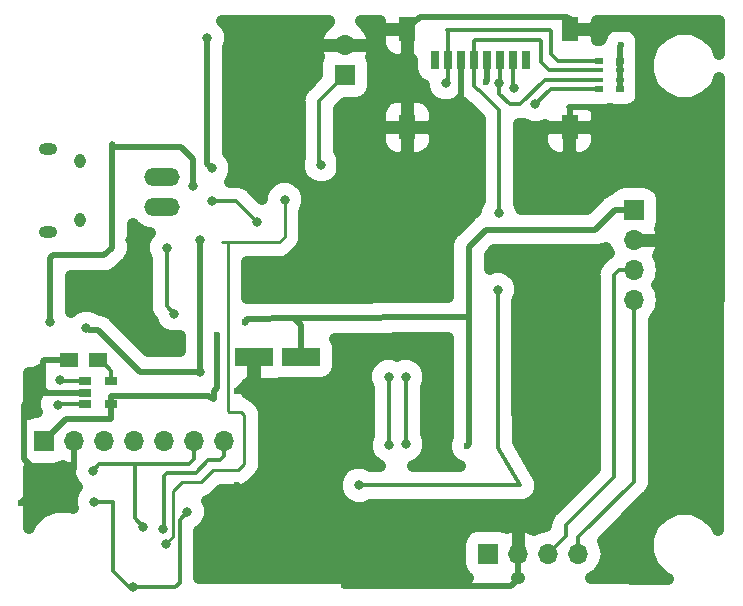
<source format=gbr>
G04 #@! TF.GenerationSoftware,KiCad,Pcbnew,5.0.0-1.fc29*
G04 #@! TF.CreationDate,2018-08-25T23:53:58+05:30*
G04 #@! TF.ProjectId,medlo,6D65646C6F2E6B696361645F70636200,rev?*
G04 #@! TF.SameCoordinates,Original*
G04 #@! TF.FileFunction,Copper,L2,Bot,Signal*
G04 #@! TF.FilePolarity,Positive*
%FSLAX46Y46*%
G04 Gerber Fmt 4.6, Leading zero omitted, Abs format (unit mm)*
G04 Created by KiCad (PCBNEW 5.0.0-1.fc29) date Sat Aug 25 23:53:58 2018*
%MOMM*%
%LPD*%
G01*
G04 APERTURE LIST*
G04 #@! TA.AperFunction,ComponentPad*
%ADD10O,3.010000X1.510000*%
G04 #@! TD*
G04 #@! TA.AperFunction,ComponentPad*
%ADD11O,0.950000X1.250000*%
G04 #@! TD*
G04 #@! TA.AperFunction,ComponentPad*
%ADD12O,1.550000X1.000000*%
G04 #@! TD*
G04 #@! TA.AperFunction,ComponentPad*
%ADD13R,1.700000X1.700000*%
G04 #@! TD*
G04 #@! TA.AperFunction,ComponentPad*
%ADD14O,1.700000X1.700000*%
G04 #@! TD*
G04 #@! TA.AperFunction,SMDPad,CuDef*
%ADD15R,1.450000X2.000000*%
G04 #@! TD*
G04 #@! TA.AperFunction,SMDPad,CuDef*
%ADD16R,0.800000X1.500000*%
G04 #@! TD*
G04 #@! TA.AperFunction,SMDPad,CuDef*
%ADD17R,0.800000X0.500000*%
G04 #@! TD*
G04 #@! TA.AperFunction,SMDPad,CuDef*
%ADD18R,0.800000X0.400000*%
G04 #@! TD*
G04 #@! TA.AperFunction,SMDPad,CuDef*
%ADD19R,1.500000X1.250000*%
G04 #@! TD*
G04 #@! TA.AperFunction,SMDPad,CuDef*
%ADD20R,1.060000X0.650000*%
G04 #@! TD*
G04 #@! TA.AperFunction,SMDPad,CuDef*
%ADD21R,3.200000X1.500000*%
G04 #@! TD*
G04 #@! TA.AperFunction,ViaPad*
%ADD22C,0.800000*%
G04 #@! TD*
G04 #@! TA.AperFunction,ViaPad*
%ADD23C,0.600000*%
G04 #@! TD*
G04 #@! TA.AperFunction,Conductor*
%ADD24C,0.500000*%
G04 #@! TD*
G04 #@! TA.AperFunction,Conductor*
%ADD25C,0.350000*%
G04 #@! TD*
G04 #@! TA.AperFunction,Conductor*
%ADD26C,0.250000*%
G04 #@! TD*
G04 #@! TA.AperFunction,Conductor*
%ADD27C,1.000000*%
G04 #@! TD*
G04 APERTURE END LIST*
D10*
G04 #@! TO.P,BT1,1*
G04 #@! TO.N,Net-(BT1-Pad1)*
X72834500Y-86677500D03*
G04 #@! TO.P,BT1,2*
G04 #@! TO.N,Net-(BT1-Pad2)*
X72834500Y-89217500D03*
G04 #@! TD*
D11*
G04 #@! TO.P,J1,6*
G04 #@! TO.N,Net-(J1-Pad6)*
X65866000Y-85384000D03*
X65866000Y-90384000D03*
D12*
X63166000Y-84384000D03*
X63166000Y-91384000D03*
G04 #@! TD*
D13*
G04 #@! TO.P,J2,1*
G04 #@! TO.N,VCC*
X62865000Y-109029500D03*
D14*
G04 #@! TO.P,J2,2*
G04 #@! TO.N,GND*
X65405000Y-109029500D03*
G04 #@! TO.P,J2,3*
G04 #@! TO.N,N/C*
X67945000Y-109029500D03*
G04 #@! TO.P,J2,4*
G04 #@! TO.N,TXD0*
X70485000Y-109029500D03*
G04 #@! TO.P,J2,5*
G04 #@! TO.N,RXD0*
X73025000Y-109029500D03*
G04 #@! TO.P,J2,6*
G04 #@! TO.N,DTR*
X75565000Y-109029500D03*
G04 #@! TO.P,J2,7*
G04 #@! TO.N,RST*
X78105000Y-109029500D03*
G04 #@! TD*
D13*
G04 #@! TO.P,J3,1*
G04 #@! TO.N,SD_MISO*
X88328500Y-78105000D03*
D14*
G04 #@! TO.P,J3,2*
G04 #@! TO.N,GND*
X88328500Y-75565000D03*
G04 #@! TD*
D15*
G04 #@! TO.P,J4,9*
G04 #@! TO.N,GND*
X93582000Y-74202000D03*
X107332000Y-74202000D03*
X107332000Y-82502000D03*
X93582000Y-82502000D03*
D16*
G04 #@! TO.P,J4,8*
G04 #@! TO.N,N/C*
X95957000Y-76802000D03*
G04 #@! TO.P,J4,7*
G04 #@! TO.N,SD_MISO*
X97057000Y-76802000D03*
G04 #@! TO.P,J4,6*
G04 #@! TO.N,GND*
X98157000Y-76802000D03*
G04 #@! TO.P,J4,5*
G04 #@! TO.N,SD_CLK*
X99257000Y-76802000D03*
G04 #@! TO.P,J4,4*
G04 #@! TO.N,VCC*
X100357000Y-76802000D03*
G04 #@! TO.P,J4,3*
G04 #@! TO.N,SD_MOSI*
X101457000Y-76802000D03*
G04 #@! TO.P,J4,2*
G04 #@! TO.N,SD_CS*
X102557000Y-76802000D03*
G04 #@! TO.P,J4,1*
G04 #@! TO.N,N/C*
X103657000Y-76802000D03*
G04 #@! TD*
D14*
G04 #@! TO.P,J5,4*
G04 #@! TO.N,SDA0*
X112776000Y-97155000D03*
G04 #@! TO.P,J5,3*
G04 #@! TO.N,SCL0*
X112776000Y-94615000D03*
G04 #@! TO.P,J5,2*
G04 #@! TO.N,GND*
X112776000Y-92075000D03*
D13*
G04 #@! TO.P,J5,1*
G04 #@! TO.N,VCC*
X112776000Y-89535000D03*
G04 #@! TD*
G04 #@! TO.P,J6,1*
G04 #@! TO.N,VCC*
X100457000Y-118618000D03*
D14*
G04 #@! TO.P,J6,2*
G04 #@! TO.N,GND*
X102997000Y-118618000D03*
G04 #@! TO.P,J6,3*
G04 #@! TO.N,SCL0*
X105537000Y-118618000D03*
G04 #@! TO.P,J6,4*
G04 #@! TO.N,SDA0*
X108077000Y-118618000D03*
G04 #@! TD*
D17*
G04 #@! TO.P,RN1,1*
G04 #@! TO.N,VCC*
X111644000Y-76879600D03*
D18*
G04 #@! TO.P,RN1,3*
X111644000Y-78479600D03*
G04 #@! TO.P,RN1,2*
X111644000Y-77679600D03*
D17*
G04 #@! TO.P,RN1,4*
X111644000Y-79279600D03*
D18*
G04 #@! TO.P,RN1,7*
G04 #@! TO.N,SD_CLK*
X109844000Y-77679600D03*
D17*
G04 #@! TO.P,RN1,8*
G04 #@! TO.N,SD_MISO*
X109844000Y-76879600D03*
D18*
G04 #@! TO.P,RN1,6*
G04 #@! TO.N,SD_MOSI*
X109844000Y-78479600D03*
D17*
G04 #@! TO.P,RN1,5*
G04 #@! TO.N,SD_CS*
X109844000Y-79279600D03*
G04 #@! TD*
D19*
G04 #@! TO.P,C10,1*
G04 #@! TO.N,GND*
X64917000Y-102235000D03*
G04 #@! TO.P,C10,2*
G04 #@! TO.N,Net-(C10-Pad2)*
X67417000Y-102235000D03*
G04 #@! TD*
D20*
G04 #@! TO.P,U4,1*
G04 #@! TO.N,Net-(C2-Pad1)*
X66337000Y-105915500D03*
G04 #@! TO.P,U4,2*
G04 #@! TO.N,GND*
X66337000Y-104965500D03*
G04 #@! TO.P,U4,3*
G04 #@! TO.N,Net-(C2-Pad1)*
X66337000Y-104015500D03*
G04 #@! TO.P,U4,4*
G04 #@! TO.N,Net-(C10-Pad2)*
X68537000Y-104015500D03*
G04 #@! TO.P,U4,5*
G04 #@! TO.N,VCC*
X68537000Y-105915500D03*
G04 #@! TD*
D21*
G04 #@! TO.P,C11,1*
G04 #@! TO.N,VCC*
X84613500Y-101917500D03*
G04 #@! TO.P,C11,2*
G04 #@! TO.N,GND*
X80613500Y-101917500D03*
G04 #@! TD*
D22*
G04 #@! TO.N,Net-(BT1-Pad1)*
X75438000Y-87439500D03*
X63373000Y-98996500D03*
G04 #@! TO.N,Net-(BT1-Pad2)*
X76073000Y-92075000D03*
X76009500Y-103187500D03*
X66421000Y-99504500D03*
G04 #@! TO.N,Net-(C1-Pad1)*
X77025500Y-85979000D03*
X76644500Y-74930000D03*
D23*
G04 #@! TO.N,VCC*
X98806000Y-98552000D03*
X77520800Y-100126800D03*
X79857600Y-99009200D03*
X98679000Y-109474000D03*
X111709200Y-75539600D03*
X100279200Y-78638400D03*
D22*
G04 #@! TO.N,GND*
X70993000Y-99441000D03*
X70104000Y-92075000D03*
D23*
X79298800Y-119938800D03*
X79146400Y-112826800D03*
X82519700Y-104881500D03*
X79197200Y-104851200D03*
X60909200Y-114300000D03*
X91287600Y-92710000D03*
X109169200Y-80873600D03*
X88201500Y-121285000D03*
D22*
G04 #@! TO.N,EN*
X70358000Y-121412000D03*
X67106800Y-114198400D03*
X74980800Y-115062000D03*
G04 #@! TO.N,BTN1*
X101244400Y-96266000D03*
X89509600Y-112826800D03*
G04 #@! TO.N,DTR*
X66954400Y-111607600D03*
X71221600Y-116332000D03*
G04 #@! TO.N,RST*
X72948800Y-116535200D03*
G04 #@! TO.N,SD_MISO*
X86309200Y-85699600D03*
X96875600Y-78740000D03*
G04 #@! TO.N,SD_CLK*
X101346000Y-89763600D03*
G04 #@! TO.N,SD_MOSI*
X101396800Y-78790800D03*
G04 #@! TO.N,SD_CS*
X102616000Y-79146400D03*
X104444800Y-80568800D03*
G04 #@! TO.N,GPIO0*
X83210400Y-88646000D03*
X73152000Y-117754400D03*
G04 #@! TO.N,Net-(R1-Pad1)*
X80899000Y-90551000D03*
X77089000Y-88709500D03*
G04 #@! TO.N,Net-(R9-Pad1)*
X92011500Y-103632000D03*
X92075000Y-109410500D03*
G04 #@! TO.N,Net-(R10-Pad1)*
X93472000Y-109347000D03*
X93472000Y-103632000D03*
G04 #@! TO.N,Net-(T1-Pad4)*
X73215500Y-92710000D03*
X73850500Y-98298000D03*
G04 #@! TO.N,Net-(C2-Pad1)*
X64008000Y-105981500D03*
X64198500Y-103886000D03*
G04 #@! TD*
D24*
G04 #@! TO.N,Net-(BT1-Pad1)*
X75438000Y-85153500D02*
X75438000Y-87439500D01*
X74422000Y-84137500D02*
X75438000Y-85153500D01*
X68770500Y-84137500D02*
X74422000Y-84137500D01*
X68580000Y-83947000D02*
X68770500Y-84137500D01*
X68580000Y-91059000D02*
X68580000Y-83947000D01*
X68580000Y-92710000D02*
X68580000Y-91059000D01*
X67945000Y-93345000D02*
X68580000Y-92710000D01*
X63627000Y-93345000D02*
X67945000Y-93345000D01*
X63373000Y-93599000D02*
X63627000Y-93345000D01*
X63373000Y-98996500D02*
X63373000Y-93599000D01*
G04 #@! TO.N,Net-(BT1-Pad2)*
X76073000Y-103124000D02*
X76073000Y-92075000D01*
X76009500Y-103187500D02*
X76073000Y-103124000D01*
X66421000Y-99504500D02*
X66611500Y-99695000D01*
X66611500Y-99695000D02*
X67437000Y-99695000D01*
X67437000Y-99695000D02*
X70929500Y-103187500D01*
X70929500Y-103187500D02*
X76009500Y-103187500D01*
G04 #@! TO.N,Net-(C1-Pad1)*
X77025500Y-85979000D02*
X76644500Y-85598000D01*
X76644500Y-85598000D02*
X76644500Y-74930000D01*
G04 #@! TO.N,VCC*
X77520800Y-104546400D02*
X77216000Y-104851200D01*
X77216000Y-105468500D02*
X77216000Y-104851200D01*
X76705500Y-105217000D02*
X77216000Y-105468500D01*
X68473500Y-105217000D02*
X76705500Y-105217000D01*
X79857600Y-99110800D02*
X79857600Y-99009200D01*
X80010000Y-98704400D02*
X79857600Y-99110800D01*
X98755200Y-98602800D02*
X84014197Y-98682697D01*
X84014197Y-98682697D02*
X80010000Y-98704400D01*
X98755200Y-98602800D02*
X98806000Y-98552000D01*
X77520800Y-100126800D02*
X77520800Y-104546400D01*
X98679000Y-109474000D02*
X98806000Y-109347000D01*
X98806000Y-109347000D02*
X98806000Y-98552000D01*
X111644000Y-79279600D02*
X111644000Y-78479600D01*
X111644000Y-78479600D02*
X111644000Y-77679600D01*
X111644000Y-77679600D02*
X111644000Y-77266800D01*
X111644000Y-77266800D02*
X111644000Y-76879600D01*
X100357000Y-76802000D02*
X100357000Y-78560600D01*
X111556800Y-77266800D02*
X111644000Y-77266800D01*
X111644000Y-77179600D02*
X111556800Y-77266800D01*
X111644000Y-75604800D02*
X111644000Y-77179600D01*
X111709200Y-75539600D02*
X111644000Y-75604800D01*
X100357000Y-78560600D02*
X100279200Y-78638400D01*
X98806000Y-98552000D02*
X98806000Y-92608400D01*
X98806000Y-92608400D02*
X100228400Y-91186000D01*
X100228400Y-91186000D02*
X109524800Y-91186000D01*
X109524800Y-91186000D02*
X111175800Y-89535000D01*
X111175800Y-89535000D02*
X112776000Y-89535000D01*
X68473500Y-105217000D02*
X68537000Y-107167500D01*
X64706500Y-107188000D02*
X62865000Y-109029500D01*
X68516500Y-107188000D02*
X64706500Y-107188000D01*
X68537000Y-107167500D02*
X68516500Y-107188000D01*
X84613500Y-101917500D02*
X84613500Y-99282000D01*
X84613500Y-99282000D02*
X84014197Y-98682697D01*
G04 #@! TO.N,GND*
X70231000Y-98679000D02*
X70993000Y-99441000D01*
X70231000Y-92202000D02*
X70231000Y-98679000D01*
X70104000Y-92075000D02*
X70231000Y-92202000D01*
X79298800Y-119938800D02*
X79146400Y-119786400D01*
X79146400Y-119786400D02*
X79146400Y-115925600D01*
X79146400Y-115925600D02*
X79146400Y-112826800D01*
X82600800Y-104851200D02*
X79197200Y-104851200D01*
X82600800Y-104851200D02*
X82519700Y-104881500D01*
X65405000Y-111429800D02*
X65405000Y-109029500D01*
X65227200Y-111607600D02*
X65405000Y-111429800D01*
X62433200Y-111607600D02*
X65227200Y-111607600D01*
X61417200Y-112623600D02*
X62128400Y-111912400D01*
X62128400Y-111912400D02*
X62433200Y-111607600D01*
X61417200Y-113792000D02*
X61417200Y-112623600D01*
X60909200Y-114300000D02*
X61417200Y-113792000D01*
X88328500Y-75565000D02*
X90246200Y-75565000D01*
X90246200Y-75565000D02*
X90424000Y-75742800D01*
X90424000Y-75742800D02*
X90424000Y-80365600D01*
X90424000Y-80365600D02*
X89001600Y-81788000D01*
X89001600Y-81788000D02*
X88747600Y-81788000D01*
X88747600Y-81788000D02*
X87833200Y-82702400D01*
X87833200Y-82702400D02*
X87833200Y-89255600D01*
X87833200Y-89255600D02*
X91287600Y-92710000D01*
X79146400Y-115925600D02*
X79349600Y-115925600D01*
X79349600Y-115925600D02*
X79146400Y-115925600D01*
X98157000Y-76802000D02*
X98157000Y-79795400D01*
X95450400Y-82502000D02*
X93582000Y-82502000D01*
X98157000Y-79795400D02*
X95450400Y-82502000D01*
X93582000Y-82502000D02*
X93582000Y-74202000D01*
X93582000Y-74202000D02*
X91964800Y-74202000D01*
X91964800Y-74202000D02*
X90424000Y-75742800D01*
X107332000Y-74202000D02*
X107332000Y-73346800D01*
X94632000Y-73152000D02*
X93582000Y-74202000D01*
X107137200Y-73152000D02*
X94632000Y-73152000D01*
X107332000Y-73346800D02*
X107137200Y-73152000D01*
X107332000Y-74202000D02*
X112962400Y-74202000D01*
X107332000Y-80865200D02*
X107332000Y-82502000D01*
X107289600Y-80822800D02*
X107332000Y-80865200D01*
X112674400Y-80822800D02*
X109118400Y-80822800D01*
X109118400Y-80822800D02*
X107289600Y-80822800D01*
X113131600Y-80365600D02*
X112674400Y-80822800D01*
X113131600Y-74371200D02*
X113131600Y-80365600D01*
X112962400Y-74202000D02*
X113131600Y-74371200D01*
X109169200Y-80873600D02*
X109118400Y-80822800D01*
X109118400Y-80822800D02*
X109118400Y-80873600D01*
X109118400Y-80873600D02*
X109118400Y-80822800D01*
X64917000Y-102235000D02*
X62865000Y-102235000D01*
X62865000Y-102235000D02*
X62738000Y-102362000D01*
X62738000Y-102362000D02*
X62738000Y-104584500D01*
X62738000Y-104584500D02*
X63119000Y-104965500D01*
X63119000Y-104965500D02*
X66337000Y-104965500D01*
X62128400Y-111912400D02*
X62128400Y-111531400D01*
X62166500Y-104965500D02*
X63119000Y-104965500D01*
X61150500Y-105981500D02*
X62166500Y-104965500D01*
X61150500Y-110553500D02*
X61150500Y-105981500D01*
X62128400Y-111531400D02*
X61150500Y-110553500D01*
X80613500Y-101917500D02*
X80613500Y-103434900D01*
X80613500Y-103434900D02*
X79197200Y-104851200D01*
X102997000Y-120713500D02*
X102997000Y-118618000D01*
X102362000Y-121348500D02*
X102997000Y-120713500D01*
X88265000Y-121348500D02*
X102362000Y-121348500D01*
X88201500Y-121285000D02*
X88265000Y-121348500D01*
D25*
G04 #@! TO.N,EN*
X70002400Y-121412000D02*
X70358000Y-121412000D01*
X68681600Y-120091200D02*
X70002400Y-121412000D01*
X68681600Y-114198400D02*
X68681600Y-120091200D01*
X67106800Y-114198400D02*
X68681600Y-114198400D01*
X73964800Y-121412000D02*
X70358000Y-121412000D01*
X74320400Y-121056400D02*
X73964800Y-121412000D01*
X74320400Y-115773200D02*
X74320400Y-121056400D01*
X74980800Y-115062000D02*
X74320400Y-115773200D01*
G04 #@! TO.N,BTN1*
X101244400Y-104749600D02*
X101244400Y-96266000D01*
X101295200Y-109626400D02*
X101244400Y-104749600D01*
X103174800Y-112826800D02*
X101295200Y-109626400D01*
X89509600Y-112826800D02*
X103174800Y-112826800D01*
G04 #@! TO.N,DTR*
X75565000Y-110617000D02*
X75565000Y-109029500D01*
X75133200Y-111048800D02*
X75565000Y-110617000D01*
X67513200Y-111048800D02*
X70510400Y-111048800D01*
X70510400Y-111048800D02*
X75133200Y-111048800D01*
X66954400Y-111607600D02*
X67513200Y-111048800D01*
X70510400Y-115620800D02*
X70510400Y-111048800D01*
X71221600Y-116332000D02*
X70510400Y-115620800D01*
G04 #@! TO.N,RST*
X78105000Y-110363000D02*
X78105000Y-109029500D01*
X77774800Y-110693200D02*
X78105000Y-110363000D01*
X76758800Y-110693200D02*
X77774800Y-110693200D01*
X75692000Y-111760000D02*
X76758800Y-110693200D01*
X73253600Y-111760000D02*
X75692000Y-111760000D01*
X72999600Y-112014000D02*
X73253600Y-111760000D01*
X72999600Y-116484400D02*
X72999600Y-112014000D01*
X72948800Y-116535200D02*
X72999600Y-116484400D01*
G04 #@! TO.N,SD_MISO*
X86156800Y-80276700D02*
X88328500Y-78105000D01*
X86156800Y-85547200D02*
X86156800Y-80276700D01*
X86309200Y-85699600D02*
X86156800Y-85547200D01*
X97057000Y-76802000D02*
X97057000Y-78406200D01*
X96875600Y-78587600D02*
X96875600Y-78740000D01*
X97057000Y-78406200D02*
X96875600Y-78587600D01*
X109844000Y-76879600D02*
X106343600Y-76879600D01*
X97057000Y-74400200D02*
X97057000Y-76802000D01*
X96926400Y-74269600D02*
X97057000Y-74400200D01*
X105664000Y-74269600D02*
X96926400Y-74269600D01*
X105765600Y-74371200D02*
X105664000Y-74269600D01*
X105765600Y-76301600D02*
X105765600Y-74371200D01*
X106343600Y-76879600D02*
X105765600Y-76301600D01*
G04 #@! TO.N,SD_CLK*
X99257000Y-79038600D02*
X99257000Y-76802000D01*
X99568000Y-79349600D02*
X99257000Y-79038600D01*
X99669600Y-79349600D02*
X99568000Y-79349600D01*
X101396800Y-81076800D02*
X99669600Y-79349600D01*
X101396800Y-89712800D02*
X101396800Y-81076800D01*
X101346000Y-89763600D02*
X101396800Y-89712800D01*
X109844000Y-77679600D02*
X105568800Y-77679600D01*
X99257000Y-75190200D02*
X99257000Y-76802000D01*
X99314000Y-75133200D02*
X99257000Y-75190200D01*
X104800400Y-75133200D02*
X99314000Y-75133200D01*
X104902000Y-75234800D02*
X104800400Y-75133200D01*
X104902000Y-77012800D02*
X104902000Y-75234800D01*
X105568800Y-77679600D02*
X104902000Y-77012800D01*
G04 #@! TO.N,SD_MOSI*
X101457000Y-78730600D02*
X101457000Y-76802000D01*
X101396800Y-78790800D02*
X101457000Y-78730600D01*
X109844000Y-78479600D02*
X105213200Y-78479600D01*
X101396800Y-79654400D02*
X101396800Y-78790800D01*
X102311200Y-80568800D02*
X101396800Y-79654400D01*
X103124000Y-80568800D02*
X102311200Y-80568800D01*
X105213200Y-78479600D02*
X103124000Y-80568800D01*
G04 #@! TO.N,SD_CS*
X102557000Y-79087400D02*
X102557000Y-76802000D01*
X102616000Y-79146400D02*
X102557000Y-79087400D01*
X109844000Y-79279600D02*
X105734000Y-79279600D01*
X105734000Y-79279600D02*
X104444800Y-80568800D01*
G04 #@! TO.N,SDA0*
X108077000Y-118618000D02*
X108077000Y-117221000D01*
X112776000Y-112522000D02*
X112776000Y-97155000D01*
X108077000Y-117221000D02*
X112776000Y-112522000D01*
G04 #@! TO.N,SCL0*
X112776000Y-94615000D02*
X111506000Y-94615000D01*
X107061000Y-117094000D02*
X105537000Y-118618000D01*
X107061000Y-116205000D02*
X107061000Y-117094000D01*
X111125000Y-112141000D02*
X107061000Y-116205000D01*
X111125000Y-94996000D02*
X111125000Y-112141000D01*
X111506000Y-94615000D02*
X111125000Y-94996000D01*
D26*
G04 #@! TO.N,GPIO0*
X83210400Y-91795600D02*
X83210400Y-88646000D01*
X82753200Y-92252800D02*
X83210400Y-91795600D01*
X77927200Y-92252800D02*
X82753200Y-92252800D01*
X78435200Y-92252800D02*
X77927200Y-92252800D01*
X78435200Y-105613200D02*
X78435200Y-92252800D01*
X78435200Y-105410000D02*
X78435200Y-105613200D01*
X78435200Y-105410000D02*
X78435200Y-105410000D01*
X73152000Y-117754400D02*
X73761600Y-117144800D01*
X73761600Y-117144800D02*
X73761600Y-113334800D01*
X73761600Y-113334800D02*
X74523600Y-112572800D01*
X74523600Y-112572800D02*
X76149200Y-112572800D01*
X76149200Y-112572800D02*
X77165200Y-111556800D01*
X77165200Y-111556800D02*
X79248000Y-111556800D01*
X79248000Y-111556800D02*
X79806800Y-110998000D01*
X79806800Y-110998000D02*
X79806800Y-106832400D01*
X79806800Y-106832400D02*
X79552800Y-106578400D01*
X79552800Y-106578400D02*
X78486000Y-106578400D01*
X78486000Y-106578400D02*
X78435200Y-106527600D01*
X78435200Y-106527600D02*
X78435200Y-105410000D01*
D25*
G04 #@! TO.N,Net-(R1-Pad1)*
X79121000Y-88773000D02*
X80899000Y-90551000D01*
X77152500Y-88773000D02*
X79121000Y-88773000D01*
X77089000Y-88709500D02*
X77152500Y-88773000D01*
G04 #@! TO.N,Net-(R9-Pad1)*
X92011500Y-109347000D02*
X92011500Y-103632000D01*
X92075000Y-109410500D02*
X92011500Y-109347000D01*
G04 #@! TO.N,Net-(R10-Pad1)*
X93472000Y-103632000D02*
X93472000Y-109347000D01*
G04 #@! TO.N,Net-(T1-Pad4)*
X73215500Y-97663000D02*
X73215500Y-92710000D01*
X73850500Y-98298000D02*
X73215500Y-97663000D01*
G04 #@! TO.N,Net-(C2-Pad1)*
X66337000Y-105915500D02*
X64074000Y-105915500D01*
X64074000Y-105915500D02*
X64008000Y-105981500D01*
X66337000Y-104015500D02*
X64328000Y-104015500D01*
X64328000Y-104015500D02*
X64198500Y-103886000D01*
G04 #@! TO.N,Net-(C10-Pad2)*
X67417000Y-102235000D02*
X67627500Y-102235000D01*
X68537000Y-103144500D02*
X68537000Y-104015500D01*
X67627500Y-102235000D02*
X68537000Y-103144500D01*
G04 #@! TD*
D27*
G04 #@! TO.N,GND*
G36*
X120001322Y-76297127D02*
X119696653Y-75561591D01*
X118824609Y-74689547D01*
X117685228Y-74217600D01*
X116451972Y-74217600D01*
X115312591Y-74689547D01*
X114440547Y-75561591D01*
X113968600Y-76700972D01*
X113968600Y-77934228D01*
X114440547Y-79073609D01*
X115312591Y-79945653D01*
X116451972Y-80417600D01*
X117685228Y-80417600D01*
X118824609Y-79945653D01*
X119696653Y-79073609D01*
X119995092Y-78353114D01*
X119879141Y-116616757D01*
X119696653Y-116176191D01*
X118824609Y-115304147D01*
X117685228Y-114832200D01*
X116451972Y-114832200D01*
X115312591Y-115304147D01*
X114440547Y-116176191D01*
X113968600Y-117315572D01*
X113968600Y-118548828D01*
X114440547Y-119688209D01*
X115312591Y-120560253D01*
X115683167Y-120713751D01*
X109190468Y-120700325D01*
X109771255Y-120312255D01*
X110290651Y-119534924D01*
X110473039Y-118618000D01*
X110290651Y-117701076D01*
X110160506Y-117506301D01*
X113843751Y-113823057D01*
X113983608Y-113729608D01*
X114353815Y-113175553D01*
X114451000Y-112686972D01*
X114451000Y-112686971D01*
X114483815Y-112522000D01*
X114451000Y-112357028D01*
X114451000Y-98862121D01*
X114470255Y-98849255D01*
X114989651Y-98071924D01*
X115172039Y-97155000D01*
X114989651Y-96238076D01*
X114753733Y-95885000D01*
X114989651Y-95531924D01*
X115172039Y-94615000D01*
X114989651Y-93698076D01*
X114808042Y-93426278D01*
X115169485Y-92598205D01*
X115187511Y-92507569D01*
X114825390Y-92125000D01*
X112826000Y-92125000D01*
X112826000Y-92145000D01*
X112726000Y-92145000D01*
X112726000Y-92125000D01*
X112706000Y-92125000D01*
X112706000Y-92025000D01*
X112726000Y-92025000D01*
X112726000Y-92005000D01*
X112826000Y-92005000D01*
X112826000Y-92025000D01*
X114825390Y-92025000D01*
X115187511Y-91642431D01*
X115169485Y-91551795D01*
X114964381Y-91081898D01*
X115038968Y-90970271D01*
X115155386Y-90385000D01*
X115155386Y-88685000D01*
X115038968Y-88099729D01*
X114707439Y-87603561D01*
X114211271Y-87272032D01*
X113626000Y-87155614D01*
X111926000Y-87155614D01*
X111340729Y-87272032D01*
X110844561Y-87603561D01*
X110680391Y-87849259D01*
X110492984Y-87886537D01*
X109914121Y-88273321D01*
X109816488Y-88419439D01*
X108799927Y-89436000D01*
X103246000Y-89436000D01*
X103246000Y-89385667D01*
X103071800Y-88965111D01*
X103071800Y-82952000D01*
X105007000Y-82952000D01*
X105007000Y-83820260D01*
X105250585Y-84408327D01*
X105700673Y-84858414D01*
X106288740Y-85102000D01*
X106882000Y-85102000D01*
X107282000Y-84702000D01*
X107282000Y-82552000D01*
X107382000Y-82552000D01*
X107382000Y-84702000D01*
X107782000Y-85102000D01*
X108375260Y-85102000D01*
X108963327Y-84858414D01*
X109413415Y-84408327D01*
X109657000Y-83820260D01*
X109657000Y-82952000D01*
X109257000Y-82552000D01*
X107382000Y-82552000D01*
X107282000Y-82552000D01*
X105407000Y-82552000D01*
X105007000Y-82952000D01*
X103071800Y-82952000D01*
X103071800Y-82266232D01*
X103124000Y-82276615D01*
X103288971Y-82243800D01*
X103288972Y-82243800D01*
X103447528Y-82212261D01*
X104066867Y-82468800D01*
X104822733Y-82468800D01*
X105247751Y-82292751D01*
X105407000Y-82452000D01*
X107282000Y-82452000D01*
X107282000Y-82432000D01*
X107382000Y-82432000D01*
X107382000Y-82452000D01*
X109257000Y-82452000D01*
X109657000Y-82052000D01*
X109657000Y-81183740D01*
X109605325Y-81058986D01*
X110244000Y-81058986D01*
X110744000Y-80959530D01*
X111244000Y-81058986D01*
X111619376Y-81058986D01*
X111644000Y-81063884D01*
X111668624Y-81058986D01*
X112044000Y-81058986D01*
X112629271Y-80942568D01*
X113125439Y-80611039D01*
X113456968Y-80114871D01*
X113573386Y-79529600D01*
X113573386Y-79029600D01*
X113538576Y-78854600D01*
X113573386Y-78679600D01*
X113573386Y-78279600D01*
X113533603Y-78079600D01*
X113573386Y-77879600D01*
X113573386Y-77479600D01*
X113538576Y-77304600D01*
X113573386Y-77129600D01*
X113573386Y-76629600D01*
X113456968Y-76044329D01*
X113451704Y-76036450D01*
X113509200Y-75897642D01*
X113509200Y-75181558D01*
X113235166Y-74519982D01*
X112728818Y-74013634D01*
X112067242Y-73739600D01*
X111351158Y-73739600D01*
X110689582Y-74013634D01*
X110183234Y-74519982D01*
X110051266Y-74838580D01*
X109995537Y-74921985D01*
X109975967Y-75020367D01*
X109942894Y-75100214D01*
X109657000Y-75100214D01*
X109657000Y-74652000D01*
X109257000Y-74252000D01*
X107449705Y-74252000D01*
X107429813Y-74152000D01*
X109257000Y-74152000D01*
X109657000Y-73752000D01*
X109657000Y-73533600D01*
X120009696Y-73533600D01*
X120001322Y-76297127D01*
X120001322Y-76297127D01*
G37*
X120001322Y-76297127D02*
X119696653Y-75561591D01*
X118824609Y-74689547D01*
X117685228Y-74217600D01*
X116451972Y-74217600D01*
X115312591Y-74689547D01*
X114440547Y-75561591D01*
X113968600Y-76700972D01*
X113968600Y-77934228D01*
X114440547Y-79073609D01*
X115312591Y-79945653D01*
X116451972Y-80417600D01*
X117685228Y-80417600D01*
X118824609Y-79945653D01*
X119696653Y-79073609D01*
X119995092Y-78353114D01*
X119879141Y-116616757D01*
X119696653Y-116176191D01*
X118824609Y-115304147D01*
X117685228Y-114832200D01*
X116451972Y-114832200D01*
X115312591Y-115304147D01*
X114440547Y-116176191D01*
X113968600Y-117315572D01*
X113968600Y-118548828D01*
X114440547Y-119688209D01*
X115312591Y-120560253D01*
X115683167Y-120713751D01*
X109190468Y-120700325D01*
X109771255Y-120312255D01*
X110290651Y-119534924D01*
X110473039Y-118618000D01*
X110290651Y-117701076D01*
X110160506Y-117506301D01*
X113843751Y-113823057D01*
X113983608Y-113729608D01*
X114353815Y-113175553D01*
X114451000Y-112686972D01*
X114451000Y-112686971D01*
X114483815Y-112522000D01*
X114451000Y-112357028D01*
X114451000Y-98862121D01*
X114470255Y-98849255D01*
X114989651Y-98071924D01*
X115172039Y-97155000D01*
X114989651Y-96238076D01*
X114753733Y-95885000D01*
X114989651Y-95531924D01*
X115172039Y-94615000D01*
X114989651Y-93698076D01*
X114808042Y-93426278D01*
X115169485Y-92598205D01*
X115187511Y-92507569D01*
X114825390Y-92125000D01*
X112826000Y-92125000D01*
X112826000Y-92145000D01*
X112726000Y-92145000D01*
X112726000Y-92125000D01*
X112706000Y-92125000D01*
X112706000Y-92025000D01*
X112726000Y-92025000D01*
X112726000Y-92005000D01*
X112826000Y-92005000D01*
X112826000Y-92025000D01*
X114825390Y-92025000D01*
X115187511Y-91642431D01*
X115169485Y-91551795D01*
X114964381Y-91081898D01*
X115038968Y-90970271D01*
X115155386Y-90385000D01*
X115155386Y-88685000D01*
X115038968Y-88099729D01*
X114707439Y-87603561D01*
X114211271Y-87272032D01*
X113626000Y-87155614D01*
X111926000Y-87155614D01*
X111340729Y-87272032D01*
X110844561Y-87603561D01*
X110680391Y-87849259D01*
X110492984Y-87886537D01*
X109914121Y-88273321D01*
X109816488Y-88419439D01*
X108799927Y-89436000D01*
X103246000Y-89436000D01*
X103246000Y-89385667D01*
X103071800Y-88965111D01*
X103071800Y-82952000D01*
X105007000Y-82952000D01*
X105007000Y-83820260D01*
X105250585Y-84408327D01*
X105700673Y-84858414D01*
X106288740Y-85102000D01*
X106882000Y-85102000D01*
X107282000Y-84702000D01*
X107282000Y-82552000D01*
X107382000Y-82552000D01*
X107382000Y-84702000D01*
X107782000Y-85102000D01*
X108375260Y-85102000D01*
X108963327Y-84858414D01*
X109413415Y-84408327D01*
X109657000Y-83820260D01*
X109657000Y-82952000D01*
X109257000Y-82552000D01*
X107382000Y-82552000D01*
X107282000Y-82552000D01*
X105407000Y-82552000D01*
X105007000Y-82952000D01*
X103071800Y-82952000D01*
X103071800Y-82266232D01*
X103124000Y-82276615D01*
X103288971Y-82243800D01*
X103288972Y-82243800D01*
X103447528Y-82212261D01*
X104066867Y-82468800D01*
X104822733Y-82468800D01*
X105247751Y-82292751D01*
X105407000Y-82452000D01*
X107282000Y-82452000D01*
X107282000Y-82432000D01*
X107382000Y-82432000D01*
X107382000Y-82452000D01*
X109257000Y-82452000D01*
X109657000Y-82052000D01*
X109657000Y-81183740D01*
X109605325Y-81058986D01*
X110244000Y-81058986D01*
X110744000Y-80959530D01*
X111244000Y-81058986D01*
X111619376Y-81058986D01*
X111644000Y-81063884D01*
X111668624Y-81058986D01*
X112044000Y-81058986D01*
X112629271Y-80942568D01*
X113125439Y-80611039D01*
X113456968Y-80114871D01*
X113573386Y-79529600D01*
X113573386Y-79029600D01*
X113538576Y-78854600D01*
X113573386Y-78679600D01*
X113573386Y-78279600D01*
X113533603Y-78079600D01*
X113573386Y-77879600D01*
X113573386Y-77479600D01*
X113538576Y-77304600D01*
X113573386Y-77129600D01*
X113573386Y-76629600D01*
X113456968Y-76044329D01*
X113451704Y-76036450D01*
X113509200Y-75897642D01*
X113509200Y-75181558D01*
X113235166Y-74519982D01*
X112728818Y-74013634D01*
X112067242Y-73739600D01*
X111351158Y-73739600D01*
X110689582Y-74013634D01*
X110183234Y-74519982D01*
X110051266Y-74838580D01*
X109995537Y-74921985D01*
X109975967Y-75020367D01*
X109942894Y-75100214D01*
X109657000Y-75100214D01*
X109657000Y-74652000D01*
X109257000Y-74252000D01*
X107449705Y-74252000D01*
X107429813Y-74152000D01*
X109257000Y-74152000D01*
X109657000Y-73752000D01*
X109657000Y-73533600D01*
X120009696Y-73533600D01*
X120001322Y-76297127D01*
G36*
X103068420Y-120687665D02*
X103047002Y-120687621D01*
X103047002Y-120667392D01*
X103068420Y-120687665D01*
X103068420Y-120687665D01*
G37*
X103068420Y-120687665D02*
X103047002Y-120687621D01*
X103047002Y-120667392D01*
X103068420Y-120687665D01*
G36*
X102946998Y-120687415D02*
X102925891Y-120687371D01*
X102946998Y-120667392D01*
X102946998Y-120687415D01*
X102946998Y-120687415D01*
G37*
X102946998Y-120687415D02*
X102925891Y-120687371D01*
X102946998Y-120667392D01*
X102946998Y-120687415D01*
G36*
X110636969Y-93181163D02*
X110298392Y-93407392D01*
X110204940Y-93547253D01*
X110057253Y-93694940D01*
X109917392Y-93788392D01*
X109547185Y-94342448D01*
X109475427Y-94703198D01*
X109417185Y-94996000D01*
X109450000Y-95160971D01*
X109450001Y-111447192D01*
X105993253Y-114903940D01*
X105853392Y-114997392D01*
X105483185Y-115551448D01*
X105483185Y-115551449D01*
X105353185Y-116205000D01*
X105365717Y-116268000D01*
X105305547Y-116268000D01*
X104620076Y-116404349D01*
X104348278Y-116585958D01*
X103520205Y-116224515D01*
X103429569Y-116206489D01*
X103047000Y-116568610D01*
X103047000Y-118568000D01*
X103067000Y-118568000D01*
X103067000Y-118668000D01*
X103047000Y-118668000D01*
X103047000Y-118688000D01*
X102947000Y-118688000D01*
X102947000Y-118668000D01*
X102927000Y-118668000D01*
X102927000Y-118568000D01*
X102947000Y-118568000D01*
X102947000Y-116568610D01*
X102564431Y-116206489D01*
X102473795Y-116224515D01*
X102003898Y-116429619D01*
X101892271Y-116355032D01*
X101307000Y-116238614D01*
X99607000Y-116238614D01*
X99021729Y-116355032D01*
X98525561Y-116686561D01*
X98194032Y-117182729D01*
X98077614Y-117768000D01*
X98077614Y-119468000D01*
X98194032Y-120053271D01*
X98525561Y-120549439D01*
X98718971Y-120678672D01*
X75995400Y-120631683D01*
X75995400Y-116698284D01*
X76057063Y-116672742D01*
X76591542Y-116138263D01*
X76880800Y-115439933D01*
X76880800Y-114684067D01*
X76651206Y-114129780D01*
X76783243Y-114103516D01*
X77320759Y-113744359D01*
X77411419Y-113608677D01*
X77838296Y-113181800D01*
X79087960Y-113181800D01*
X79248000Y-113213634D01*
X79408040Y-113181800D01*
X79408045Y-113181800D01*
X79882043Y-113087516D01*
X80419559Y-112728359D01*
X80510219Y-112592677D01*
X80842678Y-112260218D01*
X80978359Y-112169559D01*
X81337516Y-111632043D01*
X81431800Y-111158045D01*
X81431800Y-111158042D01*
X81463634Y-110998000D01*
X81431800Y-110837958D01*
X81431800Y-106992440D01*
X81463634Y-106832399D01*
X81431800Y-106672359D01*
X81431800Y-106672355D01*
X81337516Y-106198357D01*
X80978359Y-105660841D01*
X80842677Y-105570181D01*
X80815019Y-105542523D01*
X80724359Y-105406841D01*
X80186843Y-105047684D01*
X80060200Y-105022493D01*
X80060200Y-104267500D01*
X80163500Y-104267500D01*
X80563500Y-103867500D01*
X80563500Y-101967500D01*
X80543500Y-101967500D01*
X80543500Y-101867500D01*
X80563500Y-101867500D01*
X80563500Y-101847500D01*
X80663500Y-101847500D01*
X80663500Y-101867500D01*
X80683500Y-101867500D01*
X80683500Y-101967500D01*
X80663500Y-101967500D01*
X80663500Y-103867500D01*
X81063500Y-104267500D01*
X82531760Y-104267500D01*
X82803218Y-104155058D01*
X83013500Y-104196886D01*
X86213500Y-104196886D01*
X86798771Y-104080468D01*
X87294939Y-103748939D01*
X87626468Y-103252771D01*
X87742886Y-102667500D01*
X87742886Y-101167500D01*
X87626468Y-100582229D01*
X87513896Y-100413754D01*
X97056001Y-100362035D01*
X97056000Y-108688642D01*
X96879000Y-109115958D01*
X96879000Y-109832042D01*
X97153034Y-110493618D01*
X97659382Y-110999966D01*
X98025941Y-111151800D01*
X94079766Y-111151800D01*
X94548263Y-110957742D01*
X95082742Y-110423263D01*
X95372000Y-109724933D01*
X95372000Y-108969067D01*
X95147000Y-108425869D01*
X95147000Y-104553131D01*
X95372000Y-104009933D01*
X95372000Y-103254067D01*
X95082742Y-102555737D01*
X94548263Y-102021258D01*
X93849933Y-101732000D01*
X93094067Y-101732000D01*
X92741750Y-101877935D01*
X92389433Y-101732000D01*
X91633567Y-101732000D01*
X90935237Y-102021258D01*
X90400758Y-102555737D01*
X90111500Y-103254067D01*
X90111500Y-104009933D01*
X90336501Y-104553133D01*
X90336500Y-108642671D01*
X90175000Y-109032567D01*
X90175000Y-109788433D01*
X90464258Y-110486763D01*
X90998737Y-111021242D01*
X91313932Y-111151800D01*
X90430731Y-111151800D01*
X89887533Y-110926800D01*
X89131667Y-110926800D01*
X88433337Y-111216058D01*
X87898858Y-111750537D01*
X87609600Y-112448867D01*
X87609600Y-113204733D01*
X87898858Y-113903063D01*
X88433337Y-114437542D01*
X89131667Y-114726800D01*
X89887533Y-114726800D01*
X90430731Y-114501800D01*
X103126208Y-114501800D01*
X103410290Y-114518300D01*
X103615376Y-114446979D01*
X103828353Y-114404615D01*
X103927292Y-114338506D01*
X104039674Y-114299424D01*
X104201852Y-114155051D01*
X104382408Y-114034408D01*
X104448519Y-113935466D01*
X104537389Y-113856353D01*
X104631975Y-113660903D01*
X104752615Y-113480353D01*
X104775829Y-113363651D01*
X104827662Y-113256544D01*
X104840253Y-113039770D01*
X104882615Y-112826800D01*
X104859401Y-112710094D01*
X104866300Y-112591309D01*
X104794978Y-112386220D01*
X104752615Y-112173247D01*
X104594514Y-111936631D01*
X102965462Y-109162841D01*
X102919400Y-104740949D01*
X102919400Y-97187131D01*
X103144400Y-96643933D01*
X103144400Y-95888067D01*
X102855142Y-95189737D01*
X102320663Y-94655258D01*
X101622333Y-94366000D01*
X100866467Y-94366000D01*
X100556000Y-94494600D01*
X100556000Y-93333273D01*
X100953274Y-92936000D01*
X109352447Y-92936000D01*
X109524800Y-92970283D01*
X109697153Y-92936000D01*
X109697157Y-92936000D01*
X110207616Y-92834463D01*
X110422862Y-92690640D01*
X110636969Y-93181163D01*
X110636969Y-93181163D01*
G37*
X110636969Y-93181163D02*
X110298392Y-93407392D01*
X110204940Y-93547253D01*
X110057253Y-93694940D01*
X109917392Y-93788392D01*
X109547185Y-94342448D01*
X109475427Y-94703198D01*
X109417185Y-94996000D01*
X109450000Y-95160971D01*
X109450001Y-111447192D01*
X105993253Y-114903940D01*
X105853392Y-114997392D01*
X105483185Y-115551448D01*
X105483185Y-115551449D01*
X105353185Y-116205000D01*
X105365717Y-116268000D01*
X105305547Y-116268000D01*
X104620076Y-116404349D01*
X104348278Y-116585958D01*
X103520205Y-116224515D01*
X103429569Y-116206489D01*
X103047000Y-116568610D01*
X103047000Y-118568000D01*
X103067000Y-118568000D01*
X103067000Y-118668000D01*
X103047000Y-118668000D01*
X103047000Y-118688000D01*
X102947000Y-118688000D01*
X102947000Y-118668000D01*
X102927000Y-118668000D01*
X102927000Y-118568000D01*
X102947000Y-118568000D01*
X102947000Y-116568610D01*
X102564431Y-116206489D01*
X102473795Y-116224515D01*
X102003898Y-116429619D01*
X101892271Y-116355032D01*
X101307000Y-116238614D01*
X99607000Y-116238614D01*
X99021729Y-116355032D01*
X98525561Y-116686561D01*
X98194032Y-117182729D01*
X98077614Y-117768000D01*
X98077614Y-119468000D01*
X98194032Y-120053271D01*
X98525561Y-120549439D01*
X98718971Y-120678672D01*
X75995400Y-120631683D01*
X75995400Y-116698284D01*
X76057063Y-116672742D01*
X76591542Y-116138263D01*
X76880800Y-115439933D01*
X76880800Y-114684067D01*
X76651206Y-114129780D01*
X76783243Y-114103516D01*
X77320759Y-113744359D01*
X77411419Y-113608677D01*
X77838296Y-113181800D01*
X79087960Y-113181800D01*
X79248000Y-113213634D01*
X79408040Y-113181800D01*
X79408045Y-113181800D01*
X79882043Y-113087516D01*
X80419559Y-112728359D01*
X80510219Y-112592677D01*
X80842678Y-112260218D01*
X80978359Y-112169559D01*
X81337516Y-111632043D01*
X81431800Y-111158045D01*
X81431800Y-111158042D01*
X81463634Y-110998000D01*
X81431800Y-110837958D01*
X81431800Y-106992440D01*
X81463634Y-106832399D01*
X81431800Y-106672359D01*
X81431800Y-106672355D01*
X81337516Y-106198357D01*
X80978359Y-105660841D01*
X80842677Y-105570181D01*
X80815019Y-105542523D01*
X80724359Y-105406841D01*
X80186843Y-105047684D01*
X80060200Y-105022493D01*
X80060200Y-104267500D01*
X80163500Y-104267500D01*
X80563500Y-103867500D01*
X80563500Y-101967500D01*
X80543500Y-101967500D01*
X80543500Y-101867500D01*
X80563500Y-101867500D01*
X80563500Y-101847500D01*
X80663500Y-101847500D01*
X80663500Y-101867500D01*
X80683500Y-101867500D01*
X80683500Y-101967500D01*
X80663500Y-101967500D01*
X80663500Y-103867500D01*
X81063500Y-104267500D01*
X82531760Y-104267500D01*
X82803218Y-104155058D01*
X83013500Y-104196886D01*
X86213500Y-104196886D01*
X86798771Y-104080468D01*
X87294939Y-103748939D01*
X87626468Y-103252771D01*
X87742886Y-102667500D01*
X87742886Y-101167500D01*
X87626468Y-100582229D01*
X87513896Y-100413754D01*
X97056001Y-100362035D01*
X97056000Y-108688642D01*
X96879000Y-109115958D01*
X96879000Y-109832042D01*
X97153034Y-110493618D01*
X97659382Y-110999966D01*
X98025941Y-111151800D01*
X94079766Y-111151800D01*
X94548263Y-110957742D01*
X95082742Y-110423263D01*
X95372000Y-109724933D01*
X95372000Y-108969067D01*
X95147000Y-108425869D01*
X95147000Y-104553131D01*
X95372000Y-104009933D01*
X95372000Y-103254067D01*
X95082742Y-102555737D01*
X94548263Y-102021258D01*
X93849933Y-101732000D01*
X93094067Y-101732000D01*
X92741750Y-101877935D01*
X92389433Y-101732000D01*
X91633567Y-101732000D01*
X90935237Y-102021258D01*
X90400758Y-102555737D01*
X90111500Y-103254067D01*
X90111500Y-104009933D01*
X90336501Y-104553133D01*
X90336500Y-108642671D01*
X90175000Y-109032567D01*
X90175000Y-109788433D01*
X90464258Y-110486763D01*
X90998737Y-111021242D01*
X91313932Y-111151800D01*
X90430731Y-111151800D01*
X89887533Y-110926800D01*
X89131667Y-110926800D01*
X88433337Y-111216058D01*
X87898858Y-111750537D01*
X87609600Y-112448867D01*
X87609600Y-113204733D01*
X87898858Y-113903063D01*
X88433337Y-114437542D01*
X89131667Y-114726800D01*
X89887533Y-114726800D01*
X90430731Y-114501800D01*
X103126208Y-114501800D01*
X103410290Y-114518300D01*
X103615376Y-114446979D01*
X103828353Y-114404615D01*
X103927292Y-114338506D01*
X104039674Y-114299424D01*
X104201852Y-114155051D01*
X104382408Y-114034408D01*
X104448519Y-113935466D01*
X104537389Y-113856353D01*
X104631975Y-113660903D01*
X104752615Y-113480353D01*
X104775829Y-113363651D01*
X104827662Y-113256544D01*
X104840253Y-113039770D01*
X104882615Y-112826800D01*
X104859401Y-112710094D01*
X104866300Y-112591309D01*
X104794978Y-112386220D01*
X104752615Y-112173247D01*
X104594514Y-111936631D01*
X102965462Y-109162841D01*
X102919400Y-104740949D01*
X102919400Y-97187131D01*
X103144400Y-96643933D01*
X103144400Y-95888067D01*
X102855142Y-95189737D01*
X102320663Y-94655258D01*
X101622333Y-94366000D01*
X100866467Y-94366000D01*
X100556000Y-94494600D01*
X100556000Y-93333273D01*
X100953274Y-92936000D01*
X109352447Y-92936000D01*
X109524800Y-92970283D01*
X109697153Y-92936000D01*
X109697157Y-92936000D01*
X110207616Y-92834463D01*
X110422862Y-92690640D01*
X110636969Y-93181163D01*
G36*
X64881795Y-111422985D02*
X64972431Y-111441011D01*
X65054400Y-111363423D01*
X65054400Y-111985533D01*
X65343658Y-112683863D01*
X65638995Y-112979200D01*
X65496058Y-113122137D01*
X65206800Y-113820467D01*
X65206800Y-114576333D01*
X65274798Y-114740494D01*
X65005628Y-114629000D01*
X63772372Y-114629000D01*
X62632991Y-115100947D01*
X61760947Y-115972991D01*
X61557500Y-116464156D01*
X61557500Y-111317883D01*
X62015000Y-111408886D01*
X63715000Y-111408886D01*
X64300271Y-111292468D01*
X64411898Y-111217881D01*
X64881795Y-111422985D01*
X64881795Y-111422985D01*
G37*
X64881795Y-111422985D02*
X64972431Y-111441011D01*
X65054400Y-111363423D01*
X65054400Y-111985533D01*
X65343658Y-112683863D01*
X65638995Y-112979200D01*
X65496058Y-113122137D01*
X65206800Y-113820467D01*
X65206800Y-114576333D01*
X65274798Y-114740494D01*
X65005628Y-114629000D01*
X63772372Y-114629000D01*
X62632991Y-115100947D01*
X61760947Y-115972991D01*
X61557500Y-116464156D01*
X61557500Y-111317883D01*
X62015000Y-111408886D01*
X63715000Y-111408886D01*
X64300271Y-111292468D01*
X64411898Y-111217881D01*
X64881795Y-111422985D01*
G36*
X65455000Y-108979500D02*
X65475000Y-108979500D01*
X65475000Y-109079500D01*
X65455000Y-109079500D01*
X65455000Y-109099500D01*
X65355000Y-109099500D01*
X65355000Y-109079500D01*
X65335000Y-109079500D01*
X65335000Y-109034374D01*
X65409874Y-108959500D01*
X65455000Y-108959500D01*
X65455000Y-108979500D01*
X65455000Y-108979500D01*
G37*
X65455000Y-108979500D02*
X65475000Y-108979500D01*
X65475000Y-109079500D01*
X65455000Y-109079500D01*
X65455000Y-109099500D01*
X65355000Y-109099500D01*
X65355000Y-109079500D01*
X65335000Y-109079500D01*
X65335000Y-109034374D01*
X65409874Y-108959500D01*
X65455000Y-108959500D01*
X65455000Y-108979500D01*
G36*
X62298500Y-103508067D02*
X62298500Y-104263933D01*
X62515259Y-104787236D01*
X62397258Y-104905237D01*
X62108000Y-105603567D01*
X62108000Y-106359433D01*
X62228404Y-106650114D01*
X62015000Y-106650114D01*
X61557500Y-106741117D01*
X61557500Y-103272000D01*
X62033879Y-103272000D01*
X62471339Y-103090798D01*
X62298500Y-103508067D01*
X62298500Y-103508067D01*
G37*
X62298500Y-103508067D02*
X62298500Y-104263933D01*
X62515259Y-104787236D01*
X62397258Y-104905237D01*
X62108000Y-105603567D01*
X62108000Y-106359433D01*
X62228404Y-106650114D01*
X62015000Y-106650114D01*
X61557500Y-106741117D01*
X61557500Y-103272000D01*
X62033879Y-103272000D01*
X62471339Y-103090798D01*
X62298500Y-103508067D01*
G36*
X70458736Y-90843264D02*
X71204643Y-91341663D01*
X71781990Y-91456505D01*
X71604758Y-91633737D01*
X71315500Y-92332067D01*
X71315500Y-93087933D01*
X71540501Y-93631133D01*
X71540500Y-97498028D01*
X71507685Y-97663000D01*
X71540500Y-97827971D01*
X71637685Y-98316552D01*
X72007892Y-98870608D01*
X72040033Y-98892084D01*
X72239758Y-99374263D01*
X72774237Y-99908742D01*
X73472567Y-100198000D01*
X74228433Y-100198000D01*
X74323000Y-100158829D01*
X74323000Y-101437500D01*
X71654373Y-101437500D01*
X68796312Y-98579439D01*
X68698679Y-98433321D01*
X68119816Y-98046537D01*
X67609357Y-97945000D01*
X67609353Y-97945000D01*
X67533396Y-97929891D01*
X67497263Y-97893758D01*
X66798933Y-97604500D01*
X66043067Y-97604500D01*
X65344737Y-97893758D01*
X65123000Y-98115495D01*
X65123000Y-95095000D01*
X67772647Y-95095000D01*
X67945000Y-95129283D01*
X68117353Y-95095000D01*
X68117357Y-95095000D01*
X68627816Y-94993463D01*
X69206679Y-94606679D01*
X69304312Y-94460560D01*
X69695559Y-94069313D01*
X69841679Y-93971679D01*
X70228463Y-93392816D01*
X70330000Y-92882357D01*
X70330000Y-92882353D01*
X70364283Y-92710000D01*
X70330000Y-92537647D01*
X70330000Y-90650597D01*
X70458736Y-90843264D01*
X70458736Y-90843264D01*
G37*
X70458736Y-90843264D02*
X71204643Y-91341663D01*
X71781990Y-91456505D01*
X71604758Y-91633737D01*
X71315500Y-92332067D01*
X71315500Y-93087933D01*
X71540501Y-93631133D01*
X71540500Y-97498028D01*
X71507685Y-97663000D01*
X71540500Y-97827971D01*
X71637685Y-98316552D01*
X72007892Y-98870608D01*
X72040033Y-98892084D01*
X72239758Y-99374263D01*
X72774237Y-99908742D01*
X73472567Y-100198000D01*
X74228433Y-100198000D01*
X74323000Y-100158829D01*
X74323000Y-101437500D01*
X71654373Y-101437500D01*
X68796312Y-98579439D01*
X68698679Y-98433321D01*
X68119816Y-98046537D01*
X67609357Y-97945000D01*
X67609353Y-97945000D01*
X67533396Y-97929891D01*
X67497263Y-97893758D01*
X66798933Y-97604500D01*
X66043067Y-97604500D01*
X65344737Y-97893758D01*
X65123000Y-98115495D01*
X65123000Y-95095000D01*
X67772647Y-95095000D01*
X67945000Y-95129283D01*
X68117353Y-95095000D01*
X68117357Y-95095000D01*
X68627816Y-94993463D01*
X69206679Y-94606679D01*
X69304312Y-94460560D01*
X69695559Y-94069313D01*
X69841679Y-93971679D01*
X70228463Y-93392816D01*
X70330000Y-92882357D01*
X70330000Y-92882353D01*
X70364283Y-92710000D01*
X70330000Y-92537647D01*
X70330000Y-90650597D01*
X70458736Y-90843264D01*
G36*
X86929175Y-73553930D02*
X86266089Y-74242512D01*
X85916987Y-75132431D01*
X86279008Y-75515000D01*
X88278500Y-75515000D01*
X88278500Y-75495000D01*
X88378500Y-75495000D01*
X88378500Y-75515000D01*
X90377992Y-75515000D01*
X90740013Y-75132431D01*
X90551548Y-74652000D01*
X91257000Y-74652000D01*
X91257000Y-75520260D01*
X91500585Y-76108327D01*
X91950673Y-76558414D01*
X92538740Y-76802000D01*
X93132000Y-76802000D01*
X93532000Y-76402000D01*
X93532000Y-74252000D01*
X91657000Y-74252000D01*
X91257000Y-74652000D01*
X90551548Y-74652000D01*
X90390911Y-74242512D01*
X89727825Y-73553930D01*
X89681249Y-73533600D01*
X91257000Y-73533600D01*
X91257000Y-73752000D01*
X91657000Y-74152000D01*
X93532000Y-74152000D01*
X93532000Y-74132000D01*
X93632000Y-74132000D01*
X93632000Y-74152000D01*
X93652000Y-74152000D01*
X93652000Y-74252000D01*
X93632000Y-74252000D01*
X93632000Y-76402000D01*
X94027614Y-76797614D01*
X94027614Y-77552000D01*
X94144032Y-78137271D01*
X94475561Y-78633439D01*
X94971729Y-78964968D01*
X94975600Y-78965738D01*
X94975600Y-79117933D01*
X95264858Y-79816263D01*
X95799337Y-80350742D01*
X96497667Y-80640000D01*
X97253533Y-80640000D01*
X97951863Y-80350742D01*
X98053591Y-80249014D01*
X98189253Y-80339660D01*
X98266940Y-80417347D01*
X98360392Y-80557208D01*
X98806441Y-80855248D01*
X99721801Y-81770608D01*
X99721800Y-88719827D01*
X99446000Y-89385667D01*
X99446000Y-89604077D01*
X99357087Y-89663487D01*
X99112837Y-89826689D01*
X99112836Y-89826690D01*
X98966721Y-89924321D01*
X98869090Y-90070436D01*
X97690436Y-91249090D01*
X97544322Y-91346721D01*
X97446691Y-91492836D01*
X97446689Y-91492838D01*
X97157537Y-91925585D01*
X97021717Y-92608400D01*
X97056001Y-92780757D01*
X97056000Y-96861984D01*
X84181853Y-96931763D01*
X84014197Y-96898414D01*
X83837149Y-96933631D01*
X83832358Y-96933657D01*
X83832356Y-96933657D01*
X80147710Y-96953628D01*
X80060200Y-96939288D01*
X80060200Y-93877800D01*
X82593160Y-93877800D01*
X82753200Y-93909634D01*
X82913240Y-93877800D01*
X82913245Y-93877800D01*
X83387243Y-93783516D01*
X83924759Y-93424359D01*
X84015419Y-93288677D01*
X84246278Y-93057818D01*
X84381959Y-92967159D01*
X84741116Y-92429643D01*
X84835400Y-91955645D01*
X84835400Y-91955641D01*
X84867234Y-91795601D01*
X84835400Y-91635560D01*
X84835400Y-89687841D01*
X85110400Y-89023933D01*
X85110400Y-88268067D01*
X84821142Y-87569737D01*
X84286663Y-87035258D01*
X83588333Y-86746000D01*
X82832467Y-86746000D01*
X82134137Y-87035258D01*
X81599658Y-87569737D01*
X81310400Y-88268067D01*
X81310400Y-88593593D01*
X80422060Y-87705253D01*
X80328608Y-87565392D01*
X79774553Y-87195185D01*
X79285972Y-87098000D01*
X79285971Y-87098000D01*
X79121000Y-87065185D01*
X78956029Y-87098000D01*
X78593505Y-87098000D01*
X78636242Y-87055263D01*
X78925500Y-86356933D01*
X78925500Y-85601067D01*
X78809769Y-85321667D01*
X84409200Y-85321667D01*
X84409200Y-86077533D01*
X84698458Y-86775863D01*
X85232937Y-87310342D01*
X85931267Y-87599600D01*
X86687133Y-87599600D01*
X87385463Y-87310342D01*
X87919942Y-86775863D01*
X88209200Y-86077533D01*
X88209200Y-85321667D01*
X87919942Y-84623337D01*
X87831800Y-84535195D01*
X87831800Y-82952000D01*
X91257000Y-82952000D01*
X91257000Y-83820260D01*
X91500585Y-84408327D01*
X91950673Y-84858414D01*
X92538740Y-85102000D01*
X93132000Y-85102000D01*
X93532000Y-84702000D01*
X93532000Y-82552000D01*
X93632000Y-82552000D01*
X93632000Y-84702000D01*
X94032000Y-85102000D01*
X94625260Y-85102000D01*
X95213327Y-84858414D01*
X95663415Y-84408327D01*
X95907000Y-83820260D01*
X95907000Y-82952000D01*
X95507000Y-82552000D01*
X93632000Y-82552000D01*
X93532000Y-82552000D01*
X91657000Y-82552000D01*
X91257000Y-82952000D01*
X87831800Y-82952000D01*
X87831800Y-81183740D01*
X91257000Y-81183740D01*
X91257000Y-82052000D01*
X91657000Y-82452000D01*
X93532000Y-82452000D01*
X93532000Y-80302000D01*
X93632000Y-80302000D01*
X93632000Y-82452000D01*
X95507000Y-82452000D01*
X95907000Y-82052000D01*
X95907000Y-81183740D01*
X95663415Y-80595673D01*
X95213327Y-80145586D01*
X94625260Y-79902000D01*
X94032000Y-79902000D01*
X93632000Y-80302000D01*
X93532000Y-80302000D01*
X93132000Y-79902000D01*
X92538740Y-79902000D01*
X91950673Y-80145586D01*
X91500585Y-80595673D01*
X91257000Y-81183740D01*
X87831800Y-81183740D01*
X87831800Y-80970507D01*
X88317921Y-80484386D01*
X89178500Y-80484386D01*
X89763771Y-80367968D01*
X90259939Y-80036439D01*
X90591468Y-79540271D01*
X90707886Y-78955000D01*
X90707886Y-77255000D01*
X90591468Y-76669729D01*
X90518925Y-76561160D01*
X90740013Y-75997569D01*
X90377992Y-75615000D01*
X88378500Y-75615000D01*
X88378500Y-75635000D01*
X88278500Y-75635000D01*
X88278500Y-75615000D01*
X86279008Y-75615000D01*
X85916987Y-75997569D01*
X86138075Y-76561160D01*
X86065532Y-76669729D01*
X85949114Y-77255000D01*
X85949114Y-78115579D01*
X85089051Y-78975642D01*
X84949193Y-79069092D01*
X84645012Y-79524333D01*
X84578985Y-79623149D01*
X84448985Y-80276700D01*
X84481801Y-80441676D01*
X84481800Y-85146395D01*
X84409200Y-85321667D01*
X78809769Y-85321667D01*
X78636242Y-84902737D01*
X78394500Y-84660995D01*
X78394500Y-75670065D01*
X78544500Y-75307933D01*
X78544500Y-74552067D01*
X78255242Y-73853737D01*
X77935105Y-73533600D01*
X86975751Y-73533600D01*
X86929175Y-73553930D01*
X86929175Y-73553930D01*
G37*
X86929175Y-73553930D02*
X86266089Y-74242512D01*
X85916987Y-75132431D01*
X86279008Y-75515000D01*
X88278500Y-75515000D01*
X88278500Y-75495000D01*
X88378500Y-75495000D01*
X88378500Y-75515000D01*
X90377992Y-75515000D01*
X90740013Y-75132431D01*
X90551548Y-74652000D01*
X91257000Y-74652000D01*
X91257000Y-75520260D01*
X91500585Y-76108327D01*
X91950673Y-76558414D01*
X92538740Y-76802000D01*
X93132000Y-76802000D01*
X93532000Y-76402000D01*
X93532000Y-74252000D01*
X91657000Y-74252000D01*
X91257000Y-74652000D01*
X90551548Y-74652000D01*
X90390911Y-74242512D01*
X89727825Y-73553930D01*
X89681249Y-73533600D01*
X91257000Y-73533600D01*
X91257000Y-73752000D01*
X91657000Y-74152000D01*
X93532000Y-74152000D01*
X93532000Y-74132000D01*
X93632000Y-74132000D01*
X93632000Y-74152000D01*
X93652000Y-74152000D01*
X93652000Y-74252000D01*
X93632000Y-74252000D01*
X93632000Y-76402000D01*
X94027614Y-76797614D01*
X94027614Y-77552000D01*
X94144032Y-78137271D01*
X94475561Y-78633439D01*
X94971729Y-78964968D01*
X94975600Y-78965738D01*
X94975600Y-79117933D01*
X95264858Y-79816263D01*
X95799337Y-80350742D01*
X96497667Y-80640000D01*
X97253533Y-80640000D01*
X97951863Y-80350742D01*
X98053591Y-80249014D01*
X98189253Y-80339660D01*
X98266940Y-80417347D01*
X98360392Y-80557208D01*
X98806441Y-80855248D01*
X99721801Y-81770608D01*
X99721800Y-88719827D01*
X99446000Y-89385667D01*
X99446000Y-89604077D01*
X99357087Y-89663487D01*
X99112837Y-89826689D01*
X99112836Y-89826690D01*
X98966721Y-89924321D01*
X98869090Y-90070436D01*
X97690436Y-91249090D01*
X97544322Y-91346721D01*
X97446691Y-91492836D01*
X97446689Y-91492838D01*
X97157537Y-91925585D01*
X97021717Y-92608400D01*
X97056001Y-92780757D01*
X97056000Y-96861984D01*
X84181853Y-96931763D01*
X84014197Y-96898414D01*
X83837149Y-96933631D01*
X83832358Y-96933657D01*
X83832356Y-96933657D01*
X80147710Y-96953628D01*
X80060200Y-96939288D01*
X80060200Y-93877800D01*
X82593160Y-93877800D01*
X82753200Y-93909634D01*
X82913240Y-93877800D01*
X82913245Y-93877800D01*
X83387243Y-93783516D01*
X83924759Y-93424359D01*
X84015419Y-93288677D01*
X84246278Y-93057818D01*
X84381959Y-92967159D01*
X84741116Y-92429643D01*
X84835400Y-91955645D01*
X84835400Y-91955641D01*
X84867234Y-91795601D01*
X84835400Y-91635560D01*
X84835400Y-89687841D01*
X85110400Y-89023933D01*
X85110400Y-88268067D01*
X84821142Y-87569737D01*
X84286663Y-87035258D01*
X83588333Y-86746000D01*
X82832467Y-86746000D01*
X82134137Y-87035258D01*
X81599658Y-87569737D01*
X81310400Y-88268067D01*
X81310400Y-88593593D01*
X80422060Y-87705253D01*
X80328608Y-87565392D01*
X79774553Y-87195185D01*
X79285972Y-87098000D01*
X79285971Y-87098000D01*
X79121000Y-87065185D01*
X78956029Y-87098000D01*
X78593505Y-87098000D01*
X78636242Y-87055263D01*
X78925500Y-86356933D01*
X78925500Y-85601067D01*
X78809769Y-85321667D01*
X84409200Y-85321667D01*
X84409200Y-86077533D01*
X84698458Y-86775863D01*
X85232937Y-87310342D01*
X85931267Y-87599600D01*
X86687133Y-87599600D01*
X87385463Y-87310342D01*
X87919942Y-86775863D01*
X88209200Y-86077533D01*
X88209200Y-85321667D01*
X87919942Y-84623337D01*
X87831800Y-84535195D01*
X87831800Y-82952000D01*
X91257000Y-82952000D01*
X91257000Y-83820260D01*
X91500585Y-84408327D01*
X91950673Y-84858414D01*
X92538740Y-85102000D01*
X93132000Y-85102000D01*
X93532000Y-84702000D01*
X93532000Y-82552000D01*
X93632000Y-82552000D01*
X93632000Y-84702000D01*
X94032000Y-85102000D01*
X94625260Y-85102000D01*
X95213327Y-84858414D01*
X95663415Y-84408327D01*
X95907000Y-83820260D01*
X95907000Y-82952000D01*
X95507000Y-82552000D01*
X93632000Y-82552000D01*
X93532000Y-82552000D01*
X91657000Y-82552000D01*
X91257000Y-82952000D01*
X87831800Y-82952000D01*
X87831800Y-81183740D01*
X91257000Y-81183740D01*
X91257000Y-82052000D01*
X91657000Y-82452000D01*
X93532000Y-82452000D01*
X93532000Y-80302000D01*
X93632000Y-80302000D01*
X93632000Y-82452000D01*
X95507000Y-82452000D01*
X95907000Y-82052000D01*
X95907000Y-81183740D01*
X95663415Y-80595673D01*
X95213327Y-80145586D01*
X94625260Y-79902000D01*
X94032000Y-79902000D01*
X93632000Y-80302000D01*
X93532000Y-80302000D01*
X93132000Y-79902000D01*
X92538740Y-79902000D01*
X91950673Y-80145586D01*
X91500585Y-80595673D01*
X91257000Y-81183740D01*
X87831800Y-81183740D01*
X87831800Y-80970507D01*
X88317921Y-80484386D01*
X89178500Y-80484386D01*
X89763771Y-80367968D01*
X90259939Y-80036439D01*
X90591468Y-79540271D01*
X90707886Y-78955000D01*
X90707886Y-77255000D01*
X90591468Y-76669729D01*
X90518925Y-76561160D01*
X90740013Y-75997569D01*
X90377992Y-75615000D01*
X88378500Y-75615000D01*
X88378500Y-75635000D01*
X88278500Y-75635000D01*
X88278500Y-75615000D01*
X86279008Y-75615000D01*
X85916987Y-75997569D01*
X86138075Y-76561160D01*
X86065532Y-76669729D01*
X85949114Y-77255000D01*
X85949114Y-78115579D01*
X85089051Y-78975642D01*
X84949193Y-79069092D01*
X84645012Y-79524333D01*
X84578985Y-79623149D01*
X84448985Y-80276700D01*
X84481801Y-80441676D01*
X84481800Y-85146395D01*
X84409200Y-85321667D01*
X78809769Y-85321667D01*
X78636242Y-84902737D01*
X78394500Y-84660995D01*
X78394500Y-75670065D01*
X78544500Y-75307933D01*
X78544500Y-74552067D01*
X78255242Y-73853737D01*
X77935105Y-73533600D01*
X86975751Y-73533600D01*
X86929175Y-73553930D01*
G04 #@! TD*
M02*

</source>
